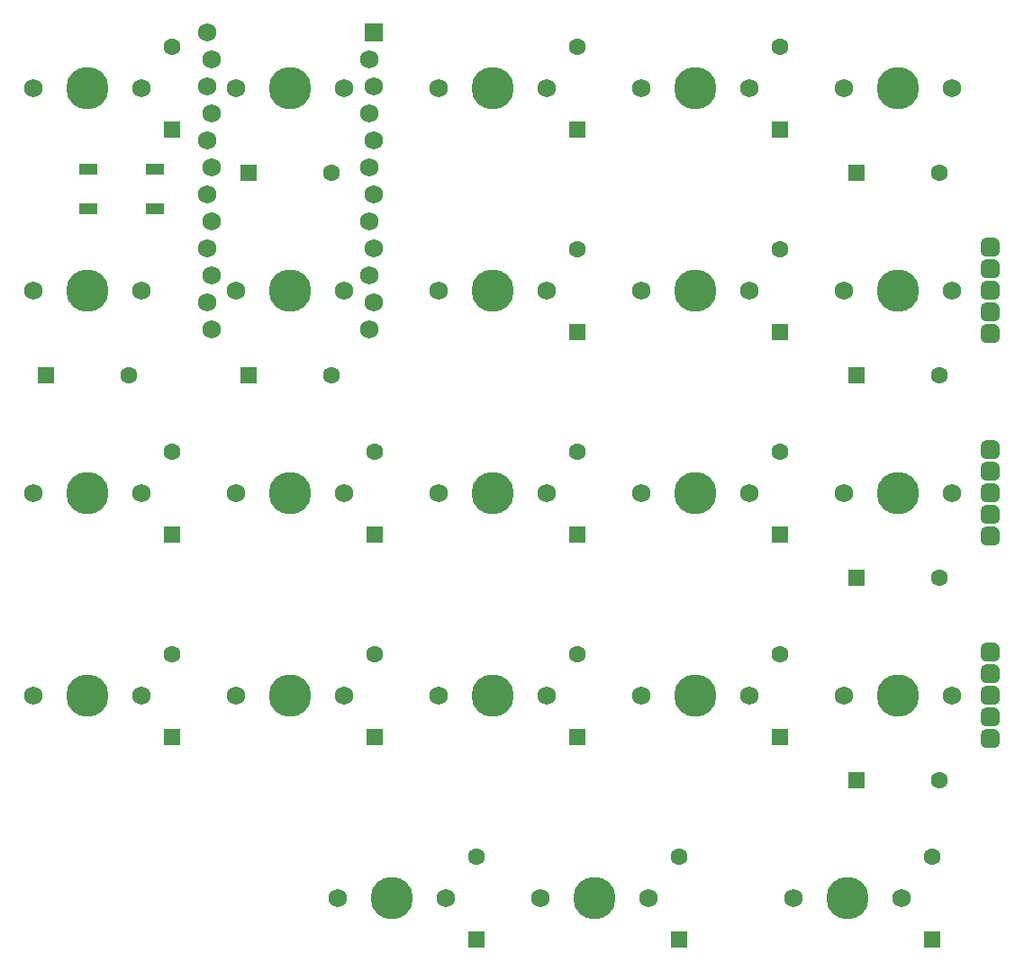
<source format=gts>
%TF.GenerationSoftware,KiCad,Pcbnew,(5.1.12)-1*%
%TF.CreationDate,2022-01-01T12:52:38-05:00*%
%TF.ProjectId,my-keeb-1,6d792d6b-6565-4622-9d31-2e6b69636164,rev?*%
%TF.SameCoordinates,Original*%
%TF.FileFunction,Soldermask,Top*%
%TF.FilePolarity,Negative*%
%FSLAX46Y46*%
G04 Gerber Fmt 4.6, Leading zero omitted, Abs format (unit mm)*
G04 Created by KiCad (PCBNEW (5.1.12)-1) date 2022-01-01 12:52:38*
%MOMM*%
%LPD*%
G01*
G04 APERTURE LIST*
%ADD10C,1.750000*%
%ADD11C,3.987800*%
%ADD12C,1.752600*%
%ADD13R,1.752600X1.752600*%
%ADD14R,1.800000X1.100000*%
%ADD15R,1.600000X1.600000*%
%ADD16C,1.600000*%
G04 APERTURE END LIST*
%TO.C,M3*%
G36*
G01*
X107937300Y-36772850D02*
X107937300Y-37649150D01*
G75*
G02*
X107499150Y-38087300I-438150J0D01*
G01*
X106622850Y-38087300D01*
G75*
G02*
X106184700Y-37649150I0J438150D01*
G01*
X106184700Y-36772850D01*
G75*
G02*
X106622850Y-36334700I438150J0D01*
G01*
X107499150Y-36334700D01*
G75*
G02*
X107937300Y-36772850I0J-438150D01*
G01*
G37*
G36*
G01*
X107937300Y-38804850D02*
X107937300Y-39681150D01*
G75*
G02*
X107499150Y-40119300I-438150J0D01*
G01*
X106622850Y-40119300D01*
G75*
G02*
X106184700Y-39681150I0J438150D01*
G01*
X106184700Y-38804850D01*
G75*
G02*
X106622850Y-38366700I438150J0D01*
G01*
X107499150Y-38366700D01*
G75*
G02*
X107937300Y-38804850I0J-438150D01*
G01*
G37*
G36*
G01*
X107937300Y-40836850D02*
X107937300Y-41713150D01*
G75*
G02*
X107499150Y-42151300I-438150J0D01*
G01*
X106622850Y-42151300D01*
G75*
G02*
X106184700Y-41713150I0J438150D01*
G01*
X106184700Y-40836850D01*
G75*
G02*
X106622850Y-40398700I438150J0D01*
G01*
X107499150Y-40398700D01*
G75*
G02*
X107937300Y-40836850I0J-438150D01*
G01*
G37*
G36*
G01*
X107937300Y-42868850D02*
X107937300Y-43745150D01*
G75*
G02*
X107499150Y-44183300I-438150J0D01*
G01*
X106622850Y-44183300D01*
G75*
G02*
X106184700Y-43745150I0J438150D01*
G01*
X106184700Y-42868850D01*
G75*
G02*
X106622850Y-42430700I438150J0D01*
G01*
X107499150Y-42430700D01*
G75*
G02*
X107937300Y-42868850I0J-438150D01*
G01*
G37*
G36*
G01*
X107937300Y-44900850D02*
X107937300Y-45777150D01*
G75*
G02*
X107499150Y-46215300I-438150J0D01*
G01*
X106622850Y-46215300D01*
G75*
G02*
X106184700Y-45777150I0J438150D01*
G01*
X106184700Y-44900850D01*
G75*
G02*
X106622850Y-44462700I438150J0D01*
G01*
X107499150Y-44462700D01*
G75*
G02*
X107937300Y-44900850I0J-438150D01*
G01*
G37*
%TD*%
%TO.C,M2*%
G36*
G01*
X106184700Y-83877150D02*
X106184700Y-83000850D01*
G75*
G02*
X106622850Y-82562700I438150J0D01*
G01*
X107499150Y-82562700D01*
G75*
G02*
X107937300Y-83000850I0J-438150D01*
G01*
X107937300Y-83877150D01*
G75*
G02*
X107499150Y-84315300I-438150J0D01*
G01*
X106622850Y-84315300D01*
G75*
G02*
X106184700Y-83877150I0J438150D01*
G01*
G37*
G36*
G01*
X106184700Y-81845150D02*
X106184700Y-80968850D01*
G75*
G02*
X106622850Y-80530700I438150J0D01*
G01*
X107499150Y-80530700D01*
G75*
G02*
X107937300Y-80968850I0J-438150D01*
G01*
X107937300Y-81845150D01*
G75*
G02*
X107499150Y-82283300I-438150J0D01*
G01*
X106622850Y-82283300D01*
G75*
G02*
X106184700Y-81845150I0J438150D01*
G01*
G37*
G36*
G01*
X106184700Y-79813150D02*
X106184700Y-78936850D01*
G75*
G02*
X106622850Y-78498700I438150J0D01*
G01*
X107499150Y-78498700D01*
G75*
G02*
X107937300Y-78936850I0J-438150D01*
G01*
X107937300Y-79813150D01*
G75*
G02*
X107499150Y-80251300I-438150J0D01*
G01*
X106622850Y-80251300D01*
G75*
G02*
X106184700Y-79813150I0J438150D01*
G01*
G37*
G36*
G01*
X106184700Y-77781150D02*
X106184700Y-76904850D01*
G75*
G02*
X106622850Y-76466700I438150J0D01*
G01*
X107499150Y-76466700D01*
G75*
G02*
X107937300Y-76904850I0J-438150D01*
G01*
X107937300Y-77781150D01*
G75*
G02*
X107499150Y-78219300I-438150J0D01*
G01*
X106622850Y-78219300D01*
G75*
G02*
X106184700Y-77781150I0J438150D01*
G01*
G37*
G36*
G01*
X106184700Y-75749150D02*
X106184700Y-74872850D01*
G75*
G02*
X106622850Y-74434700I438150J0D01*
G01*
X107499150Y-74434700D01*
G75*
G02*
X107937300Y-74872850I0J-438150D01*
G01*
X107937300Y-75749150D01*
G75*
G02*
X107499150Y-76187300I-438150J0D01*
G01*
X106622850Y-76187300D01*
G75*
G02*
X106184700Y-75749150I0J438150D01*
G01*
G37*
%TD*%
%TO.C,M1*%
G36*
G01*
X106184700Y-64827150D02*
X106184700Y-63950850D01*
G75*
G02*
X106622850Y-63512700I438150J0D01*
G01*
X107499150Y-63512700D01*
G75*
G02*
X107937300Y-63950850I0J-438150D01*
G01*
X107937300Y-64827150D01*
G75*
G02*
X107499150Y-65265300I-438150J0D01*
G01*
X106622850Y-65265300D01*
G75*
G02*
X106184700Y-64827150I0J438150D01*
G01*
G37*
G36*
G01*
X106184700Y-62795150D02*
X106184700Y-61918850D01*
G75*
G02*
X106622850Y-61480700I438150J0D01*
G01*
X107499150Y-61480700D01*
G75*
G02*
X107937300Y-61918850I0J-438150D01*
G01*
X107937300Y-62795150D01*
G75*
G02*
X107499150Y-63233300I-438150J0D01*
G01*
X106622850Y-63233300D01*
G75*
G02*
X106184700Y-62795150I0J438150D01*
G01*
G37*
G36*
G01*
X106184700Y-60763150D02*
X106184700Y-59886850D01*
G75*
G02*
X106622850Y-59448700I438150J0D01*
G01*
X107499150Y-59448700D01*
G75*
G02*
X107937300Y-59886850I0J-438150D01*
G01*
X107937300Y-60763150D01*
G75*
G02*
X107499150Y-61201300I-438150J0D01*
G01*
X106622850Y-61201300D01*
G75*
G02*
X106184700Y-60763150I0J438150D01*
G01*
G37*
G36*
G01*
X106184700Y-58731150D02*
X106184700Y-57854850D01*
G75*
G02*
X106622850Y-57416700I438150J0D01*
G01*
X107499150Y-57416700D01*
G75*
G02*
X107937300Y-57854850I0J-438150D01*
G01*
X107937300Y-58731150D01*
G75*
G02*
X107499150Y-59169300I-438150J0D01*
G01*
X106622850Y-59169300D01*
G75*
G02*
X106184700Y-58731150I0J438150D01*
G01*
G37*
G36*
G01*
X106184700Y-56699150D02*
X106184700Y-55822850D01*
G75*
G02*
X106622850Y-55384700I438150J0D01*
G01*
X107499150Y-55384700D01*
G75*
G02*
X107937300Y-55822850I0J-438150D01*
G01*
X107937300Y-56699150D01*
G75*
G02*
X107499150Y-57137300I-438150J0D01*
G01*
X106622850Y-57137300D01*
G75*
G02*
X106184700Y-56699150I0J438150D01*
G01*
G37*
%TD*%
D10*
%TO.C,MX19*%
X103505000Y-22225000D03*
X93345000Y-22225000D03*
D11*
X98425000Y-22225000D03*
%TD*%
D12*
%TO.C,U1*%
X33426400Y-16986250D03*
X48666400Y-44926250D03*
X33883600Y-19526250D03*
X33426400Y-22066250D03*
X33883600Y-24606250D03*
X33426400Y-27146250D03*
X33883600Y-29686250D03*
X33426400Y-32226250D03*
X33883600Y-34766250D03*
X33426400Y-37306250D03*
X33883600Y-39846250D03*
X33426400Y-42386250D03*
X33883600Y-44926250D03*
X49123600Y-42386250D03*
X48666400Y-39846250D03*
X49123600Y-37306250D03*
X48666400Y-34766250D03*
X49123600Y-32226250D03*
X48666400Y-29686250D03*
X49123600Y-27146250D03*
X48666400Y-24606250D03*
X49123600Y-22066250D03*
X48666400Y-19526250D03*
D13*
X49123600Y-16986250D03*
%TD*%
D14*
%TO.C,SW1*%
X28500000Y-33600000D03*
X22300000Y-29900000D03*
X28500000Y-29900000D03*
X22300000Y-33600000D03*
%TD*%
D11*
%TO.C,MX23*%
X93662500Y-98425000D03*
D10*
X88582500Y-98425000D03*
X98742500Y-98425000D03*
%TD*%
D11*
%TO.C,MX22*%
X98425000Y-79375000D03*
D10*
X93345000Y-79375000D03*
X103505000Y-79375000D03*
%TD*%
D11*
%TO.C,MX21*%
X98425000Y-60325000D03*
D10*
X93345000Y-60325000D03*
X103505000Y-60325000D03*
%TD*%
D11*
%TO.C,MX20*%
X98425000Y-41275000D03*
D10*
X93345000Y-41275000D03*
X103505000Y-41275000D03*
%TD*%
D11*
%TO.C,MX18*%
X69850000Y-98425000D03*
D10*
X64770000Y-98425000D03*
X74930000Y-98425000D03*
%TD*%
D11*
%TO.C,MX17*%
X79375000Y-79375000D03*
D10*
X74295000Y-79375000D03*
X84455000Y-79375000D03*
%TD*%
D11*
%TO.C,MX16*%
X79375000Y-60325000D03*
D10*
X74295000Y-60325000D03*
X84455000Y-60325000D03*
%TD*%
D11*
%TO.C,MX15*%
X79375000Y-41275000D03*
D10*
X74295000Y-41275000D03*
X84455000Y-41275000D03*
%TD*%
D11*
%TO.C,MX14*%
X79375000Y-22225000D03*
D10*
X74295000Y-22225000D03*
X84455000Y-22225000D03*
%TD*%
D11*
%TO.C,MX13*%
X50800000Y-98425000D03*
D10*
X45720000Y-98425000D03*
X55880000Y-98425000D03*
%TD*%
D11*
%TO.C,MX12*%
X60325000Y-79375000D03*
D10*
X55245000Y-79375000D03*
X65405000Y-79375000D03*
%TD*%
D11*
%TO.C,MX11*%
X60325000Y-60325000D03*
D10*
X55245000Y-60325000D03*
X65405000Y-60325000D03*
%TD*%
D11*
%TO.C,MX10*%
X60325000Y-41275000D03*
D10*
X55245000Y-41275000D03*
X65405000Y-41275000D03*
%TD*%
D11*
%TO.C,MX9*%
X60325000Y-22225000D03*
D10*
X55245000Y-22225000D03*
X65405000Y-22225000D03*
%TD*%
D11*
%TO.C,MX8*%
X41275000Y-79375000D03*
D10*
X36195000Y-79375000D03*
X46355000Y-79375000D03*
%TD*%
D11*
%TO.C,MX7*%
X41275000Y-60325000D03*
D10*
X36195000Y-60325000D03*
X46355000Y-60325000D03*
%TD*%
D11*
%TO.C,MX6*%
X41275000Y-41275000D03*
D10*
X36195000Y-41275000D03*
X46355000Y-41275000D03*
%TD*%
D11*
%TO.C,MX5*%
X41275000Y-22225000D03*
D10*
X36195000Y-22225000D03*
X46355000Y-22225000D03*
%TD*%
D11*
%TO.C,MX4*%
X22225000Y-79375000D03*
D10*
X17145000Y-79375000D03*
X27305000Y-79375000D03*
%TD*%
D11*
%TO.C,MX3*%
X22225000Y-60325000D03*
D10*
X17145000Y-60325000D03*
X27305000Y-60325000D03*
%TD*%
D11*
%TO.C,MX2*%
X22225000Y-41275000D03*
D10*
X17145000Y-41275000D03*
X27305000Y-41275000D03*
%TD*%
D11*
%TO.C,MX1*%
X22225000Y-22225000D03*
D10*
X17145000Y-22225000D03*
X27305000Y-22225000D03*
%TD*%
D15*
%TO.C,D23*%
X101600000Y-102325000D03*
D16*
X101600000Y-94525000D03*
%TD*%
D15*
%TO.C,D22*%
X94525000Y-87312500D03*
D16*
X102325000Y-87312500D03*
%TD*%
D15*
%TO.C,D21*%
X94525000Y-68262500D03*
D16*
X102325000Y-68262500D03*
%TD*%
%TO.C,D20*%
X102325000Y-49212500D03*
D15*
X94525000Y-49212500D03*
%TD*%
%TO.C,D19*%
X94525000Y-30162500D03*
D16*
X102325000Y-30162500D03*
%TD*%
D15*
%TO.C,D18*%
X77787500Y-102325000D03*
D16*
X77787500Y-94525000D03*
%TD*%
D15*
%TO.C,D17*%
X87312500Y-83275000D03*
D16*
X87312500Y-75475000D03*
%TD*%
D15*
%TO.C,D16*%
X87312500Y-64225000D03*
D16*
X87312500Y-56425000D03*
%TD*%
D15*
%TO.C,D15*%
X87312500Y-45175000D03*
D16*
X87312500Y-37375000D03*
%TD*%
D15*
%TO.C,D14*%
X87312500Y-26125000D03*
D16*
X87312500Y-18325000D03*
%TD*%
D15*
%TO.C,D13*%
X58737500Y-102325000D03*
D16*
X58737500Y-94525000D03*
%TD*%
D15*
%TO.C,D12*%
X68262500Y-83275000D03*
D16*
X68262500Y-75475000D03*
%TD*%
D15*
%TO.C,D11*%
X68262500Y-64225000D03*
D16*
X68262500Y-56425000D03*
%TD*%
D15*
%TO.C,D10*%
X68262500Y-45175000D03*
D16*
X68262500Y-37375000D03*
%TD*%
D15*
%TO.C,D9*%
X68262500Y-26125000D03*
D16*
X68262500Y-18325000D03*
%TD*%
D15*
%TO.C,D8*%
X49212500Y-83275000D03*
D16*
X49212500Y-75475000D03*
%TD*%
D15*
%TO.C,D7*%
X49212500Y-64225000D03*
D16*
X49212500Y-56425000D03*
%TD*%
D15*
%TO.C,D6*%
X37375000Y-49212500D03*
D16*
X45175000Y-49212500D03*
%TD*%
D15*
%TO.C,D5*%
X37375000Y-30162500D03*
D16*
X45175000Y-30162500D03*
%TD*%
D15*
%TO.C,D4*%
X30162500Y-83275000D03*
D16*
X30162500Y-75475000D03*
%TD*%
D15*
%TO.C,D3*%
X30162500Y-64225000D03*
D16*
X30162500Y-56425000D03*
%TD*%
D15*
%TO.C,D2*%
X18325000Y-49212500D03*
D16*
X26125000Y-49212500D03*
%TD*%
D15*
%TO.C,D1*%
X30162500Y-26125000D03*
D16*
X30162500Y-18325000D03*
%TD*%
M02*

</source>
